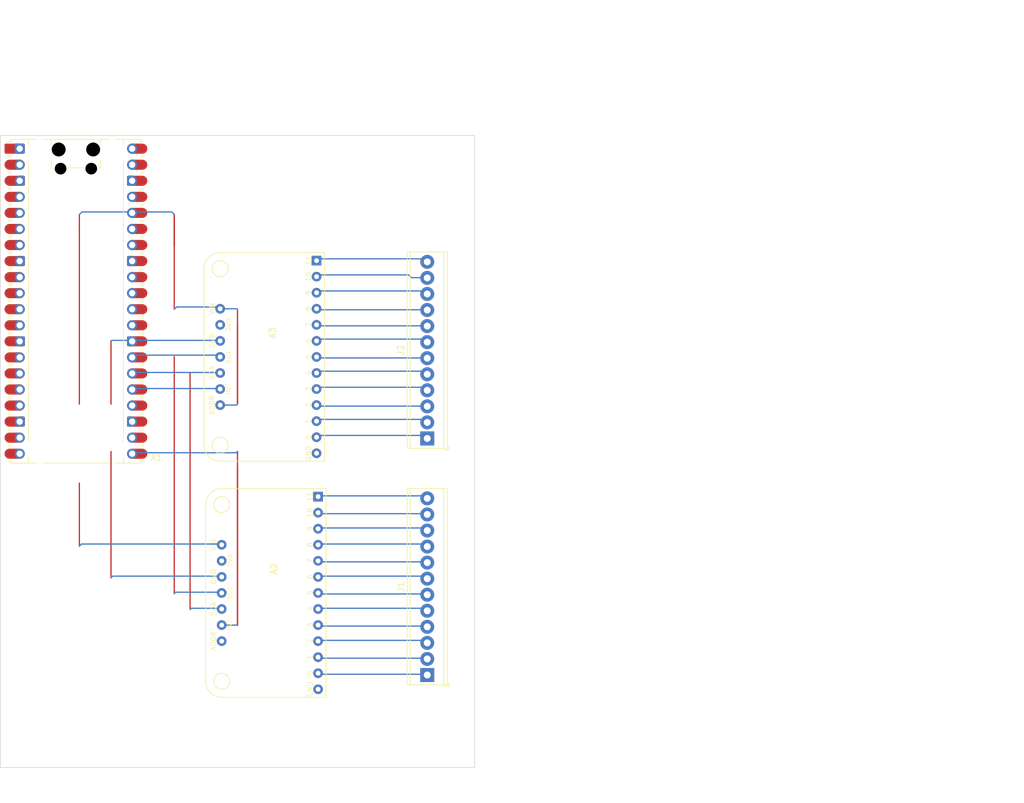
<source format=kicad_pcb>
(kicad_pcb (version 20241229) (generator "pcbnew") (generator_version "9.0")
  (layers (0 "F.Cu" signal) (2 "B.Cu" signal) (13 "F.Paste" user) (15 "B.Paste" user) (5 "F.SilkS" user "F.Silkscreen") (7 "B.SilkS" user "B.Silkscreen") (1 "F.Mask" user) (3 "B.Mask" user) (25 "Edge.Cuts" user))
  (net 0 "")
  (net 2 "+3.3V")
  (net 6 "/MPR121_A_INT")
  (net 12 "GND")
  (net 13 "/I2C0_SCL")
  (net 19 "/I2C0_SDA")
  (net 21 "Net-(A2-7)")
  (net 22 "Net-(A2-3)")
  (net 23 "Net-(A2-2)")
  (net 24 "Net-(A2-0)")
  (net 25 "Net-(A2-4)")
  (net 26 "Net-(A2-5)")
  (net 27 "Net-(A2-10)")
  (net 32 "/MPR121_B_INT")
  (net 34 "Net-(A2-8)")
  (net 35 "Net-(A2-6)")
  (net 36 "Net-(A2-11)")
  (net 37 "Net-(A2-1)")
  (net 38 "Net-(A2-9)")
  (net 78 "Net-(A3-1)")
  (net 80 "Net-(A3-9)")
  (net 81 "Net-(A3-2)")
  (net 82 "Net-(A3-10)")
  (net 83 "Net-(A3-7)")
  (net 84 "Net-(A3-5)")
  (net 85 "Net-(A3-8)")
  (net 86 "Net-(A3-11)")
  (net 87 "Net-(A3-6)")
  (net 88 "Net-(A3-4)")
  (net 90 "Net-(A3-0)")
  (net 91 "Net-(A3-3)")
  (footprint "TerminalBlock_Phoenix:TerminalBlock_Phoenix_MPT-0,5-12-2.54_1x12_P2.54mm_Horizontal" (layer "F.Cu") (at 150 87.94 90)
    (property "Reference" "J2" (at 13.97 -4.16 90) (layer "F.SilkS"))
    (property "Value" "Screw_Terminal_01x12")
    (fp_line (start 29.501 -3.16) (end 29.501 3.16) (stroke (width 0.12)) (layer "F.SilkS"))
    (fp_line (start -1.56 -3.16) (end 29.501 -3.16) (stroke (width 0.12)) (layer "F.SilkS"))
    (fp_line (start -1.56 -3.16) (end -1.56 3.16) (stroke (width 0.12)) (layer "F.SilkS"))
    (fp_line (start -1.56 -2.7) (end 29.501 -2.7) (stroke (width 0.12)) (layer "F.SilkS"))
    (fp_line (start -1.56 2.6) (end 29.501 2.6) (stroke (width 0.12)) (layer "F.SilkS"))
    (fp_line (start -1.8 2.66) (end -1.8 3.4) (stroke (width 0.12)) (layer "F.SilkS"))
    (fp_line (start -1.56 3.16) (end 29.501 3.16) (stroke (width 0.12)) (layer "F.SilkS"))
    (fp_line (start -1.8 3.4) (end -1.3 3.4) (stroke (width 0.12)) (layer "F.SilkS"))
    (pad "1" thru_hole rect (at 0 0 90) (size 2.2 2.2) (drill 1.1) (layers "*.Cu" "*.Mask") (net 90 "Net-(A3-0)"))
    (pad "2" thru_hole circle (at 2.54 0 90) (size 2.2 2.2) (drill 1.1) (layers "*.Cu" "*.Mask") (net 78 "Net-(A3-1)"))
    (pad "3" thru_hole circle (at 5.08 0 90) (size 2.2 2.2) (drill 1.1) (layers "*.Cu" "*.Mask") (net 81 "Net-(A3-2)"))
    (pad "4" thru_hole circle (at 7.62 0 90) (size 2.2 2.2) (drill 1.1) (layers "*.Cu" "*.Mask") (net 91 "Net-(A3-3)"))
    (pad "5" thru_hole circle (at 10.16 0 90) (size 2.2 2.2) (drill 1.1) (layers "*.Cu" "*.Mask") (net 88 "Net-(A3-4)"))
    (pad "6" thru_hole circle (at 12.7 0 90) (size 2.2 2.2) (drill 1.1) (layers "*.Cu" "*.Mask") (net 84 "Net-(A3-5)"))
    (pad "7" thru_hole circle (at 15.24 0 90) (size 2.2 2.2) (drill 1.1) (layers "*.Cu" "*.Mask") (net 87 "Net-(A3-6)"))
    (pad "8" thru_hole circle (at 17.78 0 90) (size 2.2 2.2) (drill 1.1) (layers "*.Cu" "*.Mask") (net 83 "Net-(A3-7)"))
    (pad "9" thru_hole circle (at 20.32 0 90) (size 2.2 2.2) (drill 1.1) (layers "*.Cu" "*.Mask") (net 85 "Net-(A3-8)"))
    (pad "10" thru_hole circle (at 22.86 0 90) (size 2.2 2.2) (drill 1.1) (layers "*.Cu" "*.Mask") (net 80 "Net-(A3-9)"))
    (pad "11" thru_hole circle (at 25.4 0 90) (size 2.2 2.2) (drill 1.1) (layers "*.Cu" "*.Mask") (net 82 "Net-(A3-10)"))
    (pad "12" thru_hole circle (at 27.94 0 90) (size 2.2 2.2) (drill 1.1) (layers "*.Cu" "*.Mask") (net 86 "Net-(A3-11)"))
  )
  (footprint "AG_Sensor:ADAFRUIT_MPR121_STEMMA_QT" (layer "F.Cu") (at 126.39 109.84 -90)
    (property "Reference" "A2" (at -1.27 0.635 90) (layer "F.SilkS"))
    (property "Value" "ADAFRUIT_MPR121_STEMMA_QT")
    (fp_line (start -11.43 11.43) (end 16.51 11.43) (stroke (width 0.12)) (layer "F.SilkS"))
    (fp_line (start 19.05 8.89) (end 19.05 -7.62) (stroke (width 0.12)) (layer "F.SilkS"))
    (fp_line (start -13.97 -7.62) (end -13.97 8.89) (stroke (width 0.12)) (layer "F.SilkS"))
    (fp_line (start 19.05 -7.62) (end -13.97 -7.62) (stroke (width 0.12)) (layer "F.SilkS"))
    (fp_arc (start -11.43 11.43) (mid -13.226051 10.686051) (end -13.97 8.89) (stroke (width 0.12)) (layer "F.SilkS"))
    (fp_arc (start 19.05 8.89) (mid 18.306051 10.686051) (end 16.51 11.43) (stroke (width 0.12)) (layer "F.SilkS"))
    (fp_circle (center -11.43 8.89) (end -10.16 8.89) (stroke (width 0.12)) (fill no) (layer "F.SilkS"))
    (fp_circle (center 16.51 8.89) (end 17.78 8.89) (stroke (width 0.12)) (fill no) (layer "F.SilkS"))
    (fp_text user "7" (at -2.54 -5.08 90) (layer "F.SilkS") (effects (font (size 0.8 0.8) (thickness 0.1))))
    (fp_text user "0" (at 15.24 -5.08 90) (layer "F.SilkS") (effects (font (size 0.8 0.8) (thickness 0.1))))
    (fp_text user "2" (at 10.16 -5.08 90) (layer "F.SilkS") (effects (font (size 0.8 0.8) (thickness 0.1))))
    (fp_text user "GND" (at 0 10.16 90) (layer "F.SilkS") (effects (font (size 0.8 0.8) (thickness 0.1))))
    (fp_text user "SDA" (at 5.08 10.16 90) (layer "F.SilkS") (effects (font (size 0.8 0.8) (thickness 0.1))))
    (fp_text user "8" (at -5.08 -5.08 90) (layer "F.SilkS") (effects (font (size 0.8 0.8) (thickness 0.1))))
    (fp_text user "ADDR" (at 10.16 10.16 90) (layer "F.SilkS") (effects (font (size 0.8 0.8) (thickness 0.1))))
    (fp_text user "3Vo" (at -2.54 7.62 90) (layer "F.SilkS") (effects (font (size 0.8 0.8) (thickness 0.1))))
    (fp_text user "INT" (at 7.62 7.62 90) (layer "F.SilkS") (effects (font (size 0.8 0.8) (thickness 0.1))))
    (fp_text user "GND" (at 17.78 -5.08 90) (layer "F.SilkS") (effects (font (size 0.8 0.8) (thickness 0.1))))
    (fp_text user "SCL" (at 2.54 7.62 90) (layer "F.SilkS") (effects (font (size 0.8 0.8) (thickness 0.1))))
    (fp_text user "5" (at 2.54 -5.08 90) (layer "F.SilkS") (effects (font (size 0.8 0.8) (thickness 0.1))))
    (fp_text user "10" (at -10.16 -5.08 90) (layer "F.SilkS") (effects (font (size 0.8 0.8) (thickness 0.1))))
    (fp_text user "11" (at -12.7 -5.08 90) (layer "F.SilkS") (effects (font (size 0.8 0.8) (thickness 0.1))))
    (fp_text user "4" (at 5.08 -5.08 90) (layer "F.SilkS") (effects (font (size 0.8 0.8) (thickness 0.1))))
    (fp_text user "6" (at 0 -5.08 90) (layer "F.SilkS") (effects (font (size 0.8 0.8) (thickness 0.1))))
    (fp_text user "3" (at 7.62 -5.08 90) (layer "F.SilkS") (effects (font (size 0.8 0.8) (thickness 0.1))))
    (fp_text user "1" (at 12.7 -5.08 90) (layer "F.SilkS") (effects (font (size 0.8 0.8) (thickness 0.1))))
    (fp_text user "9" (at -7.62 -5.08 90) (layer "F.SilkS") (effects (font (size 0.8 0.8) (thickness 0.1))))
    (fp_text user "VIN" (at -5.08 10.16 90) (layer "F.SilkS") (effects (font (size 0.8 0.8) (thickness 0.1))))
    (pad "1" thru_hole circle (at -5.08 8.89 270) (size 1.524 1.524) (drill 0.762) (layers "*.Cu" "*.Mask") (net 2 "+3.3V"))
    (pad "2" thru_hole circle (at -2.54 8.89 270) (size 1.524 1.524) (drill 0.762) (layers "*.Cu" "*.Mask"))
    (pad "3" thru_hole circle (at 0 8.89 270) (size 1.524 1.524) (drill 0.762) (layers "*.Cu" "*.Mask") (net 12 "GND"))
    (pad "4" thru_hole circle (at 2.54 8.89 270) (size 1.524 1.524) (drill 0.762) (layers "*.Cu" "*.Mask") (net 13 "/I2C0_SCL"))
    (pad "5" thru_hole circle (at 5.08 8.89 270) (size 1.524 1.524) (drill 0.762) (layers "*.Cu" "*.Mask") (net 19 "/I2C0_SDA"))
    (pad "6" thru_hole circle (at 7.62 8.89 270) (size 1.524 1.524) (drill 0.762) (layers "*.Cu" "*.Mask") (net 6 "/MPR121_A_INT"))
    (pad "7" thru_hole circle (at 10.16 8.89 270) (size 1.524 1.524) (drill 0.762) (layers "*.Cu" "*.Mask"))
    (pad "8" thru_hole circle (at 17.78 -6.35 270) (size 1.524 1.524) (drill 0.762) (layers "*.Cu" "*.Mask"))
    (pad "9" thru_hole circle (at 15.24 -6.35 270) (size 1.524 1.524) (drill 0.762) (layers "*.Cu" "*.Mask") (net 24 "Net-(A2-0)"))
    (pad "10" thru_hole circle (at 12.7 -6.35 270) (size 1.524 1.524) (drill 0.762) (layers "*.Cu" "*.Mask") (net 37 "Net-(A2-1)"))
    (pad "11" thru_hole circle (at 10.16 -6.35) (size 1.524 1.524) (drill 0.762) (layers "*.Cu" "*.Mask") (net 23 "Net-(A2-2)"))
    (pad "12" thru_hole circle (at 7.62 -6.35 270) (size 1.524 1.524) (drill 0.762) (layers "*.Cu" "*.Mask") (net 22 "Net-(A2-3)"))
    (pad "13" thru_hole circle (at 5.08 -6.35 270) (size 1.524 1.524) (drill 0.762) (layers "*.Cu" "*.Mask") (net 25 "Net-(A2-4)"))
    (pad "14" thru_hole circle (at 2.54 -6.35 270) (size 1.524 1.524) (drill 0.762) (layers "*.Cu" "*.Mask") (net 26 "Net-(A2-5)"))
    (pad "15" thru_hole circle (at 0 -6.35 270) (size 1.524 1.524) (drill 0.762) (layers "*.Cu" "*.Mask") (net 35 "Net-(A2-6)"))
    (pad "16" thru_hole circle (at -2.54 -6.35 270) (size 1.524 1.524) (drill 0.762) (layers "*.Cu" "*.Mask") (net 21 "Net-(A2-7)"))
    (pad "17" thru_hole circle (at -5.08 -6.35 270) (size 1.524 1.524) (drill 0.762) (layers "*.Cu" "*.Mask") (net 34 "Net-(A2-8)"))
    (pad "18" thru_hole circle (at -7.62 -6.35 270) (size 1.524 1.524) (drill 0.762) (layers "*.Cu" "*.Mask") (net 38 "Net-(A2-9)"))
    (pad "19" thru_hole circle (at -10.16 -6.35 270) (size 1.524 1.524) (drill 0.762) (layers "*.Cu" "*.Mask") (net 27 "Net-(A2-10)"))
    (pad "20" thru_hole rect (at -12.7 -6.35 270) (size 1.524 1.524) (drill 0.762) (layers "*.Cu" "*.Mask") (net 36 "Net-(A2-11)"))
  )
  (footprint "AG_Sensor:ADAFRUIT_MPR121_STEMMA_QT" (layer "F.Cu") (at 126.15 72.5 -90)
    (property "Reference" "A3" (at -1.27 0.635 90) (layer "F.SilkS"))
    (property "Value" "ADAFRUIT_MPR121_STEMMA_QT")
    (fp_line (start -11.43 11.43) (end 16.51 11.43) (stroke (width 0.12)) (layer "F.SilkS"))
    (fp_line (start 19.05 8.89) (end 19.05 -7.62) (stroke (width 0.12)) (layer "F.SilkS"))
    (fp_line (start -13.97 -7.62) (end -13.97 8.89) (stroke (width 0.12)) (layer "F.SilkS"))
    (fp_line (start 19.05 -7.62) (end -13.97 -7.62) (stroke (width 0.12)) (layer "F.SilkS"))
    (fp_arc (start -11.43 11.43) (mid -13.226051 10.686051) (end -13.97 8.89) (stroke (width 0.12)) (layer "F.SilkS"))
    (fp_arc (start 19.05 8.89) (mid 18.306051 10.686051) (end 16.51 11.43) (stroke (width 0.12)) (layer "F.SilkS"))
    (fp_circle (center -11.43 8.89) (end -10.16 8.89) (stroke (width 0.12)) (fill no) (layer "F.SilkS"))
    (fp_circle (center 16.51 8.89) (end 17.78 8.89) (stroke (width 0.12)) (fill no) (layer "F.SilkS"))
    (fp_text user "GND" (at 17.78 -5.08 90) (layer "F.SilkS") (effects (font (size 0.8 0.8) (thickness 0.1))))
    (fp_text user "8" (at -5.08 -5.08 90) (layer "F.SilkS") (effects (font (size 0.8 0.8) (thickness 0.1))))
    (fp_text user "2" (at 10.16 -5.08 90) (layer "F.SilkS") (effects (font (size 0.8 0.8) (thickness 0.1))))
    (fp_text user "7" (at -2.54 -5.08 90) (layer "F.SilkS") (effects (font (size 0.8 0.8) (thickness 0.1))))
    (fp_text user "3Vo" (at -2.54 7.62 90) (layer "F.SilkS") (effects (font (size 0.8 0.8) (thickness 0.1))))
    (fp_text user "GND" (at 0 10.16 90) (layer "F.SilkS") (effects (font (size 0.8 0.8) (thickness 0.1))))
    (fp_text user "INT" (at 7.62 7.62 90) (layer "F.SilkS") (effects (font (size 0.8 0.8) (thickness 0.1))))
    (fp_text user "0" (at 15.24 -5.08 90) (layer "F.SilkS") (effects (font (size 0.8 0.8) (thickness 0.1))))
    (fp_text user "6" (at 0 -5.08 90) (layer "F.SilkS") (effects (font (size 0.8 0.8) (thickness 0.1))))
    (fp_text user "SDA" (at 5.08 10.16 90) (layer "F.SilkS") (effects (font (size 0.8 0.8) (thickness 0.1))))
    (fp_text user "9" (at -7.62 -5.08 90) (layer "F.SilkS") (effects (font (size 0.8 0.8) (thickness 0.1))))
    (fp_text user "VIN" (at -5.08 10.16 90) (layer "F.SilkS") (effects (font (size 0.8 0.8) (thickness 0.1))))
    (fp_text user "1" (at 12.7 -5.08 90) (layer "F.SilkS") (effects (font (size 0.8 0.8) (thickness 0.1))))
    (fp_text user "3" (at 7.62 -5.08 90) (layer "F.SilkS") (effects (font (size 0.8 0.8) (thickness 0.1))))
    (fp_text user "5" (at 2.54 -5.08 90) (layer "F.SilkS") (effects (font (size 0.8 0.8) (thickness 0.1))))
    (fp_text user "11" (at -12.7 -5.08 90) (layer "F.SilkS") (effects (font (size 0.8 0.8) (thickness 0.1))))
    (fp_text user "10" (at -10.16 -5.08 90) (layer "F.SilkS") (effects (font (size 0.8 0.8) (thickness 0.1))))
    (fp_text user "4" (at 5.08 -5.08 90) (layer "F.SilkS") (effects (font (size 0.8 0.8) (thickness 0.1))))
    (fp_text user "SCL" (at 2.54 7.62 90) (layer "F.SilkS") (effects (font (size 0.8 0.8) (thickness 0.1))))
    (fp_text user "ADDR" (at 10.16 10.16 90) (layer "F.SilkS") (effects (font (size 0.8 0.8) (thickness 0.1))))
    (pad "1" thru_hole circle (at -5.08 8.89 270) (size 1.524 1.524) (drill 0.762) (layers "*.Cu" "*.Mask") (net 2 "+3.3V"))
    (pad "2" thru_hole circle (at -2.54 8.89 270) (size 1.524 1.524) (drill 0.762) (layers "*.Cu" "*.Mask"))
    (pad "3" thru_hole circle (at 0 8.89 270) (size 1.524 1.524) (drill 0.762) (layers "*.Cu" "*.Mask") (net 12 "GND"))
    (pad "4" thru_hole circle (at 2.54 8.89 270) (size 1.524 1.524) (drill 0.762) (layers "*.Cu" "*.Mask") (net 13 "/I2C0_SCL"))
    (pad "5" thru_hole circle (at 5.08 8.89 270) (size 1.524 1.524) (drill 0.762) (layers "*.Cu" "*.Mask") (net 19 "/I2C0_SDA"))
    (pad "6" thru_hole circle (at 7.62 8.89 270) (size 1.524 1.524) (drill 0.762) (layers "*.Cu" "*.Mask") (net 32 "/MPR121_B_INT"))
    (pad "7" thru_hole circle (at 10.16 8.89 270) (size 1.524 1.524) (drill 0.762) (layers "*.Cu" "*.Mask") (net 2 "+3.3V"))
    (pad "8" thru_hole circle (at 17.78 -6.35 270) (size 1.524 1.524) (drill 0.762) (layers "*.Cu" "*.Mask"))
    (pad "9" thru_hole circle (at 15.24 -6.35 270) (size 1.524 1.524) (drill 0.762) (layers "*.Cu" "*.Mask") (net 90 "Net-(A3-0)"))
    (pad "10" thru_hole circle (at 12.7 -6.35 270) (size 1.524 1.524) (drill 0.762) (layers "*.Cu" "*.Mask") (net 78 "Net-(A3-1)"))
    (pad "11" thru_hole circle (at 10.16 -6.35) (size 1.524 1.524) (drill 0.762) (layers "*.Cu" "*.Mask") (net 81 "Net-(A3-2)"))
    (pad "12" thru_hole circle (at 7.62 -6.35 270) (size 1.524 1.524) (drill 0.762) (layers "*.Cu" "*.Mask") (net 91 "Net-(A3-3)"))
    (pad "13" thru_hole circle (at 5.08 -6.35 270) (size 1.524 1.524) (drill 0.762) (layers "*.Cu" "*.Mask") (net 88 "Net-(A3-4)"))
    (pad "14" thru_hole circle (at 2.54 -6.35 270) (size 1.524 1.524) (drill 0.762) (layers "*.Cu" "*.Mask") (net 84 "Net-(A3-5)"))
    (pad "15" thru_hole circle (at 0 -6.35 270) (size 1.524 1.524) (drill 0.762) (layers "*.Cu" "*.Mask") (net 87 "Net-(A3-6)"))
    (pad "16" thru_hole circle (at -2.54 -6.35 270) (size 1.524 1.524) (drill 0.762) (layers "*.Cu" "*.Mask") (net 83 "Net-(A3-7)"))
    (pad "17" thru_hole circle (at -5.08 -6.35 270) (size 1.524 1.524) (drill 0.762) (layers "*.Cu" "*.Mask") (net 85 "Net-(A3-8)"))
    (pad "18" thru_hole circle (at -7.62 -6.35 270) (size 1.524 1.524) (drill 0.762) (layers "*.Cu" "*.Mask") (net 80 "Net-(A3-9)"))
    (pad "19" thru_hole circle (at -10.16 -6.35 270) (size 1.524 1.524) (drill 0.762) (layers "*.Cu" "*.Mask") (net 82 "Net-(A3-10)"))
    (pad "20" thru_hole rect (at -12.7 -6.35 270) (size 1.524 1.524) (drill 0.762) (layers "*.Cu" "*.Mask") (net 86 "Net-(A3-11)"))
  )
  (footprint "TerminalBlock_Phoenix:TerminalBlock_Phoenix_MPT-0,5-12-2.54_1x12_P2.54mm_Horizontal" (layer "F.Cu") (at 150 125.36 90)
    (property "Reference" "J1" (at 13.97 -4.16 90) (layer "F.SilkS"))
    (property "Value" "Screw_Terminal_01x12")
    (fp_line (start 29.501 -3.16) (end 29.501 3.16) (stroke (width 0.12)) (layer "F.SilkS"))
    (fp_line (start -1.56 -3.16) (end 29.501 -3.16) (stroke (width 0.12)) (layer "F.SilkS"))
    (fp_line (start -1.56 -3.16) (end -1.56 3.16) (stroke (width 0.12)) (layer "F.SilkS"))
    (fp_line (start -1.56 -2.7) (end 29.501 -2.7) (stroke (width 0.12)) (layer "F.SilkS"))
    (fp_line (start -1.56 2.6) (end 29.501 2.6) (stroke (width 0.12)) (layer "F.SilkS"))
    (fp_line (start -1.8 2.66) (end -1.8 3.4) (stroke (width 0.12)) (layer "F.SilkS"))
    (fp_line (start -1.56 3.16) (end 29.501 3.16) (stroke (width 0.12)) (layer "F.SilkS"))
    (fp_line (start -1.8 3.4) (end -1.3 3.4) (stroke (width 0.12)) (layer "F.SilkS"))
    (pad "1" thru_hole rect (at 0 0 90) (size 2.2 2.2) (drill 1.1) (layers "*.Cu" "*.Mask") (net 24 "Net-(A2-0)"))
    (pad "2" thru_hole circle (at 2.54 0 90) (size 2.2 2.2) (drill 1.1) (layers "*.Cu" "*.Mask") (net 37 "Net-(A2-1)"))
    (pad "3" thru_hole circle (at 5.08 0 90) (size 2.2 2.2) (drill 1.1) (layers "*.Cu" "*.Mask") (net 23 "Net-(A2-2)"))
    (pad "4" thru_hole circle (at 7.62 0 90) (size 2.2 2.2) (drill 1.1) (layers "*.Cu" "*.Mask") (net 22 "Net-(A2-3)"))
    (pad "5" thru_hole circle (at 10.16 0 90) (size 2.2 2.2) (drill 1.1) (layers "*.Cu" "*.Mask") (net 25 "Net-(A2-4)"))
    (pad "6" thru_hole circle (at 12.7 0 90) (size 2.2 2.2) (drill 1.1) (layers "*.Cu" "*.Mask") (net 26 "Net-(A2-5)"))
    (pad "7" thru_hole circle (at 15.24 0 90) (size 2.2 2.2) (drill 1.1) (layers "*.Cu" "*.Mask") (net 35 "Net-(A2-6)"))
    (pad "8" thru_hole circle (at 17.78 0 90) (size 2.2 2.2) (drill 1.1) (layers "*.Cu" "*.Mask") (net 21 "Net-(A2-7)"))
    (pad "9" thru_hole circle (at 20.32 0 90) (size 2.2 2.2) (drill 1.1) (layers "*.Cu" "*.Mask") (net 34 "Net-(A2-8)"))
    (pad "10" thru_hole circle (at 22.86 0 90) (size 2.2 2.2) (drill 1.1) (layers "*.Cu" "*.Mask") (net 38 "Net-(A2-9)"))
    (pad "11" thru_hole circle (at 25.4 0 90) (size 2.2 2.2) (drill 1.1) (layers "*.Cu" "*.Mask") (net 27 "Net-(A2-10)"))
    (pad "12" thru_hole circle (at 27.94 0 90) (size 2.2 2.2) (drill 1.1) (layers "*.Cu" "*.Mask") (net 36 "Net-(A2-11)"))
  )
  (footprint "Module:RaspberryPi_Pico_Common_Unspecified" (layer "F.Cu") (at 94.454195 66.223017)
    (property "Reference" "A1" (at 11.7475 24.765 0) (layer "F.SilkS") (effects (justify left)))
    (property "Value" "RaspberryPi_Pico")
    (fp_line (start -10.61 -23.07) (end -11.09 -23.07) (stroke (width 0.12)) (layer "F.SilkS"))
    (fp_line (start -10.61 -23.07) (end -10.61 -22.65) (stroke (width 0.12)) (layer "F.SilkS"))
    (fp_line (start -10.61 -20.53) (end -10.61 -20.11) (stroke (width 0.12)) (layer "F.SilkS"))
    (fp_line (start -10.61 -17.99) (end -10.61 -17.57) (stroke (width 0.12)) (layer "F.SilkS"))
    (fp_line (start -10.61 -15.45) (end -10.61 -15.03) (stroke (width 0.12)) (layer "F.SilkS"))
    (fp_line (start -10.61 -12.91) (end -10.61 -12.49) (stroke (width 0.12)) (layer "F.SilkS"))
    (fp_line (start -10.61 -10.37) (end -10.61 -9.95) (stroke (width 0.12)) (layer "F.SilkS"))
    (fp_line (start -10.61 -7.83) (end -10.61 -7.41) (stroke (width 0.12)) (layer "F.SilkS"))
    (fp_line (start -10.61 -5.29) (end -10.61 -4.87) (stroke (width 0.12)) (layer "F.SilkS"))
    (fp_line (start -10.61 -2.75) (end -10.61 -2.33) (stroke (width 0.12)) (layer "F.SilkS"))
    (fp_line (start -10.61 -0.21) (end -10.61 0.21) (stroke (width 0.12)) (layer "F.SilkS"))
    (fp_line (start -10.61 2.33) (end -10.61 2.75) (stroke (width 0.12)) (layer "F.SilkS"))
    (fp_line (start -10.61 4.87) (end -10.61 5.29) (stroke (width 0.12)) (layer "F.SilkS"))
    (fp_line (start -10.61 7.41) (end -10.61 7.83) (stroke (width 0.12)) (layer "F.SilkS"))
    (fp_line (start -10.61 9.95) (end -10.61 10.37) (stroke (width 0.12)) (layer "F.SilkS"))
    (fp_line (start -10.61 12.49) (end -10.61 12.91) (stroke (width 0.12)) (layer "F.SilkS"))
    (fp_line (start -10.61 15.03) (end -10.61 15.45) (stroke (width 0.12)) (layer "F.SilkS"))
    (fp_line (start -10.61 17.57) (end -10.61 17.99) (stroke (width 0.12)) (layer "F.SilkS"))
    (fp_line (start -10.61 20.11) (end -10.61 20.53) (stroke (width 0.12)) (layer "F.SilkS"))
    (fp_line (start -10.61 22.65) (end -10.61 23.07) (stroke (width 0.12)) (layer "F.SilkS"))
    (fp_line (start -10.579676 -25.19) (end -11.09 -25.19) (stroke (width 0.12)) (layer "F.SilkS"))
    (fp_line (start -10.27 -25.189937) (end -10.27 -25.547) (stroke (width 0.12)) (layer "F.SilkS"))
    (fp_line (start -10.27 -23.07) (end -10.27 -22.65) (stroke (width 0.12)) (layer "F.SilkS"))
    (fp_line (start -10.27 -20.53) (end -10.27 -20.11) (stroke (width 0.12)) (layer "F.SilkS"))
    (fp_line (start -10.27 -17.99) (end -10.27 -17.57) (stroke (width 0.12)) (layer "F.SilkS"))
    (fp_line (start -10.27 -15.45) (end -10.27 -15.03) (stroke (width 0.12)) (layer "F.SilkS"))
    (fp_line (start -10.27 -12.91) (end -10.27 -12.49) (stroke (width 0.12)) (layer "F.SilkS"))
    (fp_line (start -10.27 -10.37) (end -10.27 -9.95) (stroke (width 0.12)) (layer "F.SilkS"))
    (fp_line (start -10.27 -7.83) (end -10.27 -7.41) (stroke (width 0.12)) (layer "F.SilkS"))
    (fp_line (start -10.27 -5.29) (end -10.27 -4.87) (stroke (width 0.12)) (layer "F.SilkS"))
    (fp_line (start -10.27 -2.75) (end -10.27 -2.33) (stroke (width 0.12)) (layer "F.SilkS"))
    (fp_line (start -10.27 -0.21) (end -10.27 0.21) (stroke (width 0.12)) (layer "F.SilkS"))
    (fp_line (start -10.27 2.33) (end -10.27 2.75) (stroke (width 0.12)) (layer "F.SilkS"))
    (fp_line (start -10.27 4.87) (end -10.27 5.29) (stroke (width 0.12)) (layer "F.SilkS"))
    (fp_line (start -10.27 7.41) (end -10.27 7.83) (stroke (width 0.12)) (layer "F.SilkS"))
    (fp_line (start -10.27 9.95) (end -10.27 10.37) (stroke (width 0.12)) (layer "F.SilkS"))
    (fp_line (start -10.27 12.49) (end -10.27 12.91) (stroke (width 0.12)) (layer "F.SilkS"))
    (fp_line (start -10.27 15.03) (end -10.27 15.45) (stroke (width 0.12)) (layer "F.SilkS"))
    (fp_line (start -10.27 17.57) (end -10.27 17.99) (stroke (width 0.12)) (layer "F.SilkS"))
    (fp_line (start -10.27 20.11) (end -10.27 20.53) (stroke (width 0.12)) (layer "F.SilkS"))
    (fp_line (start -10.27 22.65) (end -10.27 23.07) (stroke (width 0.12)) (layer "F.SilkS"))
    (fp_line (start -10.27 25.189937) (end -10.27 25.547) (stroke (width 0.12)) (layer "F.SilkS"))
    (fp_line (start -10 -25.61) (end -7.51 -25.61) (stroke (width 0.12)) (layer "F.SilkS"))
    (fp_line (start -10 25.61) (end -6.162061 25.61) (stroke (width 0.12)) (layer "F.SilkS"))
    (fp_line (start -7.51 -25.61) (end -7.51 -24.69648) (stroke (width 0.12)) (layer "F.SilkS"))
    (fp_line (start -7.51 -25.61) (end -6.16206 -25.61) (stroke (width 0.12)) (layer "F.SilkS"))
    (fp_line (start -7.51 -22.30352) (end -7.51 22.30352) (stroke (width 0.12)) (layer "F.SilkS"))
    (fp_line (start -7.51 24.69648) (end -7.51 25.61) (stroke (width 0.12)) (layer "F.SilkS"))
    (fp_line (start -5.237939 -25.61) (end -4.235 -25.61) (stroke (width 0.12)) (layer "F.SilkS"))
    (fp_line (start -4.235 -25.61) (end 4.235 -25.61) (stroke (width 0.12)) (layer "F.SilkS"))
    (fp_line (start -3.9 -25.61) (end -3.9 -24.694) (stroke (width 0.12)) (layer "F.SilkS"))
    (fp_line (start -3.9 -22.306) (end -3.9 -21.09) (stroke (width 0.12)) (layer "F.SilkS"))
    (fp_line (start -3.9 -21.09) (end -3.60391 -21.09) (stroke (width 0.12)) (layer "F.SilkS"))
    (fp_line (start -3.6 25.61) (end -5.237939 25.61) (stroke (width 0.12)) (layer "F.SilkS"))
    (fp_line (start -1.24609 -21.09) (end 1.24609 -21.09) (stroke (width 0.12)) (layer "F.SilkS"))
    (fp_line (start 3.6 25.61) (end -3.6 25.61) (stroke (width 0.12)) (layer "F.SilkS"))
    (fp_line (start 3.60391 -21.09) (end 3.9 -21.09) (stroke (width 0.12)) (layer "F.SilkS"))
    (fp_line (start 3.9 -25.61) (end 3.9 -24.694) (stroke (width 0.12)) (layer "F.SilkS"))
    (fp_line (start 3.9 -22.306) (end 3.9 -21.09) (stroke (width 0.12)) (layer "F.SilkS"))
    (fp_line (start 4.235 -25.61) (end 5.237939 -25.61) (stroke (width 0.12)) (layer "F.SilkS"))
    (fp_line (start 5.237939 25.61) (end 3.6 25.61) (stroke (width 0.12)) (layer "F.SilkS"))
    (fp_line (start 6.162061 -25.61) (end 7.51 -25.61) (stroke (width 0.12)) (layer "F.SilkS"))
    (fp_line (start 6.162061 25.61) (end 10 25.61) (stroke (width 0.12)) (layer "F.SilkS"))
    (fp_line (start 7.51 -25.61) (end 7.51 -24.69648) (stroke (width 0.12)) (layer "F.SilkS"))
    (fp_line (start 7.51 -22.30352) (end 7.51 22.30352) (stroke (width 0.12)) (layer "F.SilkS"))
    (fp_line (start 7.51 24.69648) (end 7.51 25.61) (stroke (width 0.12)) (layer "F.SilkS"))
    (fp_line (start 10 -25.61) (end 7.51 -25.61) (stroke (width 0.12)) (layer "F.SilkS"))
    (fp_line (start 10.27 -25.189937) (end 10.27 -25.547) (stroke (width 0.12)) (layer "F.SilkS"))
    (fp_line (start 10.27 -23.07) (end 10.27 -22.65) (stroke (width 0.12)) (layer "F.SilkS"))
    (fp_line (start 10.27 -20.53) (end 10.27 -20.11) (stroke (width 0.12)) (layer "F.SilkS"))
    (fp_line (start 10.27 -17.99) (end 10.27 -17.57) (stroke (width 0.12)) (layer "F.SilkS"))
    (fp_line (start 10.27 -15.45) (end 10.27 -15.03) (stroke (width 0.12)) (layer "F.SilkS"))
    (fp_line (start 10.27 -12.91) (end 10.27 -12.49) (stroke (width 0.12)) (layer "F.SilkS"))
    (fp_line (start 10.27 -10.37) (end 10.27 -9.95) (stroke (width 0.12)) (layer "F.SilkS"))
    (fp_line (start 10.27 -7.83) (end 10.27 -7.41) (stroke (width 0.12)) (layer "F.SilkS"))
    (fp_line (start 10.27 -5.29) (end 10.27 -4.87) (stroke (width 0.12)) (layer "F.SilkS"))
    (fp_line (start 10.27 -2.75) (end 10.27 -2.33) (stroke (width 0.12)) (layer "F.SilkS"))
    (fp_line (start 10.27 -0.21) (end 10.27 0.21) (stroke (width 0.12)) (layer "F.SilkS"))
    (fp_line (start 10.27 2.33) (end 10.27 2.75) (stroke (width 0.12)) (layer "F.SilkS"))
    (fp_line (start 10.27 4.87) (end 10.27 5.29) (stroke (width 0.12)) (layer "F.SilkS"))
    (fp_line (start 10.27 7.41) (end 10.27 7.83) (stroke (width 0.12)) (layer "F.SilkS"))
    (fp_line (start 10.27 9.95) (end 10.27 10.37) (stroke (width 0.12)) (layer "F.SilkS"))
    (fp_line (start 10.27 12.49) (end 10.27 12.91) (stroke (width 0.12)) (layer "F.SilkS"))
    (fp_line (start 10.27 15.03) (end 10.27 15.45) (stroke (width 0.12)) (layer "F.SilkS"))
    (fp_line (start 10.27 17.57) (end 10.27 17.99) (stroke (width 0.12)) (layer "F.SilkS"))
    (fp_line (start 10.27 20.11) (end 10.27 20.53) (stroke (width 0.12)) (layer "F.SilkS"))
    (fp_line (start 10.27 22.65) (end 10.27 23.07) (stroke (width 0.12)) (layer "F.SilkS"))
    (fp_line (start 10.27 25.189937) (end 10.27 25.547) (stroke (width 0.12)) (layer "F.SilkS"))
    (fp_line (start 10.61 -23.07) (end 10.61 -22.65) (stroke (width 0.12)) (layer "F.SilkS"))
    (fp_line (start 10.61 -20.53) (end 10.61 -20.11) (stroke (width 0.12)) (layer "F.SilkS"))
    (fp_line (start 10.61 -17.99) (end 10.61 -17.57) (stroke (width 0.12)) (layer "F.SilkS"))
    (fp_line (start 10.61 -15.45) (end 10.61 -15.03) (stroke (width 0.12)) (layer "F.SilkS"))
    (fp_line (start 10.61 -12.91) (end 10.61 -12.49) (stroke (width 0.12)) (layer "F.SilkS"))
    (fp_line (start 10.61 -10.37) (end 10.61 -9.95) (stroke (width 0.12)) (layer "F.SilkS"))
    (fp_line (start 10.61 -7.83) (end 10.61 -7.41) (stroke (width 0.12)) (layer "F.SilkS"))
    (fp_line (start 10.61 -5.29) (end 10.61 -4.87) (stroke (width 0.12)) (layer "F.SilkS"))
    (fp_line (start 10.61 -2.75) (end 10.61 -2.33) (stroke (width 0.12)) (layer "F.SilkS"))
    (fp_line (start 10.61 -0.21) (end 10.61 0.21) (stroke (width 0.12)) (layer "F.SilkS"))
    (fp_line (start 10.61 2.33) (end 10.61 2.75) (stroke (width 0.12)) (layer "F.SilkS"))
    (fp_line (start 10.61 4.87) (end 10.61 5.29) (stroke (width 0.12)) (layer "F.SilkS"))
    (fp_line (start 10.61 7.41) (end 10.61 7.83) (stroke (width 0.12)) (layer "F.SilkS"))
    (fp_line (start 10.61 9.95) (end 10.61 10.37) (stroke (width 0.12)) (layer "F.SilkS"))
    (fp_line (start 10.61 12.49) (end 10.61 12.91) (stroke (width 0.12)) (layer "F.SilkS"))
    (fp_line (start 10.61 15.03) (end 10.61 15.45) (stroke (width 0.12)) (layer "F.SilkS"))
    (fp_line (start 10.61 17.57) (end 10.61 17.99) (stroke (width 0.12)) (layer "F.SilkS"))
    (fp_line (start 10.61 20.11) (end 10.61 20.53) (stroke (width 0.12)) (layer "F.SilkS"))
    (fp_line (start 10.61 22.65) (end 10.61 23.07) (stroke (width 0.12)) (layer "F.SilkS"))
    (fp_arc (start -10.579676 -25.19) (mid -10.357938 -25.493944) (end -10 -25.61) (stroke (width 0.12)) (layer "F.SilkS"))
    (fp_arc (start -10 25.61) (mid -10.357937 25.493944) (end -10.579676 25.189937) (stroke (width 0.12)) (layer "F.SilkS"))
    (fp_arc (start 10 -25.61) (mid 10.357937 -25.493944) (end 10.579676 -25.189937) (stroke (width 0.12)) (layer "F.SilkS"))
    (fp_arc (start 10.579676 25.189937) (mid 10.357946 25.493957) (end 10 25.61) (stroke (width 0.12)) (layer "F.SilkS"))
    (pad "" np_thru_hole circle (at -2.725 -24) (size 2.2 2.2) (drill 2.2) (layers "*.Mask"))
    (pad "" np_thru_hole circle (at -2.425 -20.97) (size 1.85 1.85) (drill 1.85) (layers "*.Mask"))
    (pad "" np_thru_hole circle (at 2.425 -20.97) (size 1.85 1.85) (drill 1.85) (layers "*.Mask"))
    (pad "" np_thru_hole circle (at 2.725 -24) (size 2.2 2.2) (drill 2.2) (layers "*.Mask"))
    (pad "1" smd custom (at -9.69 -24.13) (size 1.6 0.8) (layers "F.Cu" "F.Mask") (options (clearance outline) (anchor rect)) (primitives (gr_circle (center 0.8 0) (end 1.6 0) (width 0) (fill yes)) (gr_poly (pts (xy -1.6 -0.6) (xy -1.6 0.6) (xy -1.4 0.8) (xy 0.8 0.8) (xy 0.8 -0.8) (xy -1.4 -0.8)) (width 0) (fill yes)) (gr_circle (center -1.4 -0.6) (end -1.2 -0.6) (width 0) (fill yes)) (gr_circle (center -1.4 0.6) (end -1.2 0.6) (width 0) (fill yes))))
    (pad "1" thru_hole roundrect (at -8.89 -24.13) (size 1.6 1.6) (drill 1) (layers "*.Cu" "*.Mask") (roundrect_rratio 0.125))
    (pad "2" smd roundrect (at -9.69 -21.59) (size 3.2 1.6) (layers "F.Cu" "F.Mask") (roundrect_rratio 0.5))
    (pad "2" thru_hole circle (at -8.89 -21.59) (size 1.6 1.6) (drill 1) (layers "*.Cu" "*.Mask"))
    (pad "3" smd custom (at -9.69 -19.05) (size 1.6 0.8) (layers "F.Cu" "F.Mask") (net 12 "GND") (options (clearance outline) (anchor rect)) (primitives (gr_circle (center -0.8 0) (end 0 0) (width 0) (fill yes)) (gr_poly (pts (xy 1.6 -0.6) (xy 1.6 0.6) (xy 1.4 0.8) (xy -0.8 0.8) (xy -0.8 -0.8) (xy 1.4 -0.8)) (width 0) (fill yes)) (gr_circle (center 1.4 -0.6) (end 1.6 -0.6) (width 0) (fill yes)) (gr_circle (center 1.4 0.6) (end 1.6 0.6) (width 0) (fill yes))))
    (pad "3" thru_hole custom (at -8.89 -19.05) (size 1.6 1.6) (drill 1) (layers "*.Cu" "*.Mask") (net 12 "GND") (options (clearance outline) (anchor circle)) (primitives (gr_poly (pts (xy 0.8 0.6) (xy 0.8 -0.6) (xy 0.6 -0.8) (xy 0 -0.8) (xy 0 0.8) (xy 0.6 0.8)) (width 0) (fill yes)) (gr_circle (center 0.6 0.6) (end 0.8 0.6) (width 0) (fill yes)) (gr_circle (center 0.6 -0.6) (end 0.8 -0.6) (width 0) (fill yes))))
    (pad "4" smd roundrect (at -9.69 -16.51) (size 3.2 1.6) (layers "F.Cu" "F.Mask") (roundrect_rratio 0.5))
    (pad "4" thru_hole circle (at -8.89 -16.51) (size 1.6 1.6) (drill 1) (layers "*.Cu" "*.Mask"))
    (pad "5" smd roundrect (at -9.69 -13.97) (size 3.2 1.6) (layers "F.Cu" "F.Mask") (roundrect_rratio 0.5))
    (pad "5" thru_hole circle (at -8.89 -13.97) (size 1.6 1.6) (drill 1) (layers "*.Cu" "*.Mask"))
    (pad "6" smd roundrect (at -9.69 -11.43) (size 3.2 1.6) (layers "F.Cu" "F.Mask") (roundrect_rratio 0.5))
    (pad "6" thru_hole circle (at -8.89 -11.43) (size 1.6 1.6) (drill 1) (layers "*.Cu" "*.Mask"))
    (pad "7" smd roundrect (at -9.69 -8.89) (size 3.2 1.6) (layers "F.Cu" "F.Mask") (roundrect_rratio 0.5))
    (pad "7" thru_hole circle (at -8.89 -8.89) (size 1.6 1.6) (drill 1) (layers "*.Cu" "*.Mask"))
    (pad "8" smd custom (at -9.69 -6.35) (size 1.6 0.8) (layers "F.Cu" "F.Mask") (net 12 "GND") (options (clearance outline) (anchor rect)) (primitives (gr_circle (center -0.8 0) (end 0 0) (width 0) (fill yes)) (gr_poly (pts (xy 1.6 -0.6) (xy 1.6 0.6) (xy 1.4 0.8) (xy -0.8 0.8) (xy -0.8 -0.8) (xy 1.4 -0.8)) (width 0) (fill yes)) (gr_circle (center 1.4 -0.6) (end 1.6 -0.6) (width 0) (fill yes)) (gr_circle (center 1.4 0.6) (end 1.6 0.6) (width 0) (fill yes))))
    (pad "8" thru_hole custom (at -8.89 -6.35) (size 1.6 1.6) (drill 1) (layers "*.Cu" "*.Mask") (net 12 "GND") (options (clearance outline) (anchor circle)) (primitives (gr_poly (pts (xy 0.8 0.6) (xy 0.8 -0.6) (xy 0.6 -0.8) (xy 0 -0.8) (xy 0 0.8) (xy 0.6 0.8)) (width 0) (fill yes)) (gr_circle (center 0.6 0.6) (end 0.8 0.6) (width 0) (fill yes)) (gr_circle (center 0.6 -0.6) (end 0.8 -0.6) (width 0) (fill yes))))
    (pad "9" smd roundrect (at -9.69 -3.81) (size 3.2 1.6) (layers "F.Cu" "F.Mask") (roundrect_rratio 0.5))
    (pad "9" thru_hole circle (at -8.89 -3.81) (size 1.6 1.6) (drill 1) (layers "*.Cu" "*.Mask"))
    (pad "10" smd roundrect (at -9.69 -1.27) (size 3.2 1.6) (layers "F.Cu" "F.Mask") (roundrect_rratio 0.5))
    (pad "10" thru_hole circle (at -8.89 -1.27) (size 1.6 1.6) (drill 1) (layers "*.Cu" "*.Mask"))
    (pad "11" smd roundrect (at -9.69 1.27) (size 3.2 1.6) (layers "F.Cu" "F.Mask") (roundrect_rratio 0.5))
    (pad "11" thru_hole circle (at -8.89 1.27) (size 1.6 1.6) (drill 1) (layers "*.Cu" "*.Mask"))
    (pad "12" smd roundrect (at -9.69 3.81) (size 3.2 1.6) (layers "F.Cu" "F.Mask") (roundrect_rratio 0.5))
    (pad "12" thru_hole circle (at -8.89 3.81) (size 1.6 1.6) (drill 1) (layers "*.Cu" "*.Mask"))
    (pad "13" smd custom (at -9.69 6.35) (size 1.6 0.8) (layers "F.Cu" "F.Mask") (net 12 "GND") (options (clearance outline) (anchor rect)) (primitives (gr_circle (center -0.8 0) (end 0 0) (width 0) (fill yes)) (gr_poly (pts (xy 1.6 -0.6) (xy 1.6 0.6) (xy 1.4 0.8) (xy -0.8 0.8) (xy -0.8 -0.8) (xy 1.4 -0.8)) (width 0) (fill yes)) (gr_circle (center 1.4 -0.6) (end 1.6 -0.6) (width 0) (fill yes)) (gr_circle (center 1.4 0.6) (end 1.6 0.6) (width 0) (fill yes))))
    (pad "13" thru_hole custom (at -8.89 6.35) (size 1.6 1.6) (drill 1) (layers "*.Cu" "*.Mask") (net 12 "GND") (options (clearance outline) (anchor circle)) (primitives (gr_poly (pts (xy 0.8 0.6) (xy 0.8 -0.6) (xy 0.6 -0.8) (xy 0 -0.8) (xy 0 0.8) (xy 0.6 0.8)) (width 0) (fill yes)) (gr_circle (center 0.6 0.6) (end 0.8 0.6) (width 0) (fill yes)) (gr_circle (center 0.6 -0.6) (end 0.8 -0.6) (width 0) (fill yes))))
    (pad "14" smd roundrect (at -9.69 8.89) (size 3.2 1.6) (layers "F.Cu" "F.Mask") (roundrect_rratio 0.5))
    (pad "14" thru_hole circle (at -8.89 8.89) (size 1.6 1.6) (drill 1) (layers "*.Cu" "*.Mask"))
    (pad "15" smd roundrect (at -9.69 11.43) (size 3.2 1.6) (layers "F.Cu" "F.Mask") (roundrect_rratio 0.5))
    (pad "15" thru_hole circle (at -8.89 11.43) (size 1.6 1.6) (drill 1) (layers "*.Cu" "*.Mask"))
    (pad "16" smd roundrect (at -9.69 13.97) (size 3.2 1.6) (layers "F.Cu" "F.Mask") (roundrect_rratio 0.5))
    (pad "16" thru_hole circle (at -8.89 13.97) (size 1.6 1.6) (drill 1) (layers "*.Cu" "*.Mask"))
    (pad "17" smd roundrect (at -9.69 16.51) (size 3.2 1.6) (layers "F.Cu" "F.Mask") (roundrect_rratio 0.5))
    (pad "17" thru_hole circle (at -8.89 16.51) (size 1.6 1.6) (drill 1) (layers "*.Cu" "*.Mask"))
    (pad "18" smd custom (at -9.69 19.05) (size 1.6 0.8) (layers "F.Cu" "F.Mask") (net 12 "GND") (options (clearance outline) (anchor rect)) (primitives (gr_circle (center -0.8 0) (end 0 0) (width 0) (fill yes)) (gr_poly (pts (xy 1.6 -0.6) (xy 1.6 0.6) (xy 1.4 0.8) (xy -0.8 0.8) (xy -0.8 -0.8) (xy 1.4 -0.8)) (width 0) (fill yes)) (gr_circle (center 1.4 -0.6) (end 1.6 -0.6) (width 0) (fill yes)) (gr_circle (center 1.4 0.6) (end 1.6 0.6) (width 0) (fill yes))))
    (pad "18" thru_hole custom (at -8.89 19.05) (size 1.6 1.6) (drill 1) (layers "*.Cu" "*.Mask") (net 12 "GND") (options (clearance outline) (anchor circle)) (primitives (gr_poly (pts (xy 0.8 0.6) (xy 0.8 -0.6) (xy 0.6 -0.8) (xy 0 -0.8) (xy 0 0.8) (xy 0.6 0.8)) (width 0) (fill yes)) (gr_circle (center 0.6 0.6) (end 0.8 0.6) (width 0) (fill yes)) (gr_circle (center 0.6 -0.6) (end 0.8 -0.6) (width 0) (fill yes))))
    (pad "19" smd roundrect (at -9.69 21.59) (size 3.2 1.6) (layers "F.Cu" "F.Mask") (roundrect_rratio 0.5))
    (pad "19" thru_hole circle (at -8.89 21.59) (size 1.6 1.6) (drill 1) (layers "*.Cu" "*.Mask"))
    (pad "20" smd roundrect (at -9.69 24.13) (size 3.2 1.6) (layers "F.Cu" "F.Mask") (roundrect_rratio 0.5))
    (pad "20" thru_hole circle (at -8.89 24.13) (size 1.6 1.6) (drill 1) (layers "*.Cu" "*.Mask"))
    (pad "21" thru_hole circle (at 8.89 24.13) (size 1.6 1.6) (drill 1) (layers "*.Cu" "*.Mask") (net 6 "/MPR121_A_INT"))
    (pad "21" smd roundrect (at 9.69 24.13) (size 3.2 1.6) (layers "F.Cu" "F.Mask") (roundrect_rratio 0.5) (net 6 "/MPR121_A_INT"))
    (pad "22" thru_hole circle (at 8.89 21.59) (size 1.6 1.6) (drill 1) (layers "*.Cu" "*.Mask"))
    (pad "22" smd roundrect (at 9.69 21.59) (size 3.2 1.6) (layers "F.Cu" "F.Mask") (roundrect_rratio 0.5))
    (pad "23" thru_hole custom (at 8.89 19.05) (size 1.6 1.6) (drill 1) (layers "*.Cu" "*.Mask") (net 12 "GND") (options (clearance outline) (anchor circle)) (primitives (gr_poly (pts (xy -0.8 0.6) (xy -0.8 -0.6) (xy -0.6 -0.8) (xy 0 -0.8) (xy 0 0.8) (xy -0.6 0.8)) (width 0) (fill yes)) (gr_circle (center -0.6 0.6) (end -0.4 0.6) (width 0) (fill yes)) (gr_circle (center -0.6 -0.6) (end -0.4 -0.6) (width 0) (fill yes))))
    (pad "23" smd custom (at 9.69 19.05) (size 1.6 0.8) (layers "F.Cu" "F.Mask") (net 12 "GND") (options (clearance outline) (anchor rect)) (primitives (gr_circle (center 0.8 0) (end 1.6 0) (width 0) (fill yes)) (gr_poly (pts (xy -1.6 -0.6) (xy -1.6 0.6) (xy -1.4 0.8) (xy 0.8 0.8) (xy 0.8 -0.8) (xy -1.4 -0.8)) (width 0) (fill yes)) (gr_circle (center -1.4 -0.6) (end -1.2 -0.6) (width 0) (fill yes)) (gr_circle (center -1.4 0.6) (end -1.2 0.6) (width 0) (fill yes))))
    (pad "24" thru_hole circle (at 8.89 16.51) (size 1.6 1.6) (drill 1) (layers "*.Cu" "*.Mask"))
    (pad "24" smd roundrect (at 9.69 16.51) (size 3.2 1.6) (layers "F.Cu" "F.Mask") (roundrect_rratio 0.5))
    (pad "25" thru_hole circle (at 8.89 13.97) (size 1.6 1.6) (drill 1) (layers "*.Cu" "*.Mask") (net 32 "/MPR121_B_INT"))
    (pad "25" smd roundrect (at 9.69 13.97) (size 3.2 1.6) (layers "F.Cu" "F.Mask") (roundrect_rratio 0.5) (net 32 "/MPR121_B_INT"))
    (pad "26" thru_hole circle (at 8.89 11.43) (size 1.6 1.6) (drill 1) (layers "*.Cu" "*.Mask") (net 19 "/I2C0_SDA"))
    (pad "26" smd roundrect (at 9.69 11.43) (size 3.2 1.6) (layers "F.Cu" "F.Mask") (roundrect_rratio 0.5) (net 19 "/I2C0_SDA"))
    (pad "27" thru_hole circle (at 8.89 8.89) (size 1.6 1.6) (drill 1) (layers "*.Cu" "*.Mask") (net 13 "/I2C0_SCL"))
    (pad "27" smd roundrect (at 9.69 8.89) (size 3.2 1.6) (layers "F.Cu" "F.Mask") (roundrect_rratio 0.5) (net 13 "/I2C0_SCL"))
    (pad "28" thru_hole custom (at 8.89 6.35) (size 1.6 1.6) (drill 1) (layers "*.Cu" "*.Mask") (net 12 "GND") (options (clearance outline) (anchor circle)) (primitives (gr_poly (pts (xy -0.8 0.6) (xy -0.8 -0.6) (xy -0.6 -0.8) (xy 0 -0.8) (xy 0 0.8) (xy -0.6 0.8)) (width 0) (fill yes)) (gr_circle (center -0.6 0.6) (end -0.4 0.6) (width 0) (fill yes)) (gr_circle (center -0.6 -0.6) (end -0.4 -0.6) (width 0) (fill yes))))
    (pad "28" smd custom (at 9.69 6.35) (size 1.6 0.8) (layers "F.Cu" "F.Mask") (net 12 "GND") (options (clearance outline) (anchor rect)) (primitives (gr_circle (center 0.8 0) (end 1.6 0) (width 0) (fill yes)) (gr_poly (pts (xy -1.6 -0.6) (xy -1.6 0.6) (xy -1.4 0.8) (xy 0.8 0.8) (xy 0.8 -0.8) (xy -1.4 -0.8)) (width 0) (fill yes)) (gr_circle (center -1.4 -0.6) (end -1.2 -0.6) (width 0) (fill yes)) (gr_circle (center -1.4 0.6) (end -1.2 0.6) (width 0) (fill yes))))
    (pad "29" thru_hole circle (at 8.89 3.81) (size 1.6 1.6) (drill 1) (layers "*.Cu" "*.Mask"))
    (pad "29" smd roundrect (at 9.69 3.81) (size 3.2 1.6) (layers "F.Cu" "F.Mask") (roundrect_rratio 0.5))
    (pad "30" thru_hole circle (at 8.89 1.27) (size 1.6 1.6) (drill 1) (layers "*.Cu" "*.Mask"))
    (pad "30" smd roundrect (at 9.69 1.27) (size 3.2 1.6) (layers "F.Cu" "F.Mask") (roundrect_rratio 0.5))
    (pad "31" thru_hole circle (at 8.89 -1.27) (size 1.6 1.6) (drill 1) (layers "*.Cu" "*.Mask"))
    (pad "31" smd roundrect (at 9.69 -1.27) (size 3.2 1.6) (layers "F.Cu" "F.Mask") (roundrect_rratio 0.5))
    (pad "32" thru_hole circle (at 8.89 -3.81) (size 1.6 1.6) (drill 1) (layers "*.Cu" "*.Mask"))
    (pad "32" smd roundrect (at 9.69 -3.81) (size 3.2 1.6) (layers "F.Cu" "F.Mask") (roundrect_rratio 0.5))
    (pad "33" thru_hole custom (at 8.89 -6.35) (size 1.6 1.6) (drill 1) (layers "*.Cu" "*.Mask") (options (clearance outline) (anchor circle)) (primitives (gr_poly (pts (xy -0.8 0.6) (xy -0.8 -0.6) (xy -0.6 -0.8) (xy 0 -0.8) (xy 0 0.8) (xy -0.6 0.8)) (width 0) (fill yes)) (gr_circle (center -0.6 0.6) (end -0.4 0.6) (width 0) (fill yes)) (gr_circle (center -0.6 -0.6) (end -0.4 -0.6) (width 0) (fill yes))))
    (pad "33" smd custom (at 9.69 -6.35) (size 1.6 0.8) (layers "F.Cu" "F.Mask") (options (clearance outline) (anchor rect)) (primitives (gr_circle (center 0.8 0) (end 1.6 0) (width 0) (fill yes)) (gr_poly (pts (xy -1.6 -0.6) (xy -1.6 0.6) (xy -1.4 0.8) (xy 0.8 0.8) (xy 0.8 -0.8) (xy -1.4 -0.8)) (width 0) (fill yes)) (gr_circle (center -1.4 -0.6) (end -1.2 -0.6) (width 0) (fill yes)) (gr_circle (center -1.4 0.6) (end -1.2 0.6) (width 0) (fill yes))))
    (pad "34" thru_hole circle (at 8.89 -8.89) (size 1.6 1.6) (drill 1) (layers "*.Cu" "*.Mask"))
    (pad "34" smd roundrect (at 9.69 -8.89) (size 3.2 1.6) (layers "F.Cu" "F.Mask") (roundrect_rratio 0.5))
    (pad "35" thru_hole circle (at 8.89 -11.43) (size 1.6 1.6) (drill 1) (layers "*.Cu" "*.Mask"))
    (pad "35" smd roundrect (at 9.69 -11.43) (size 3.2 1.6) (layers "F.Cu" "F.Mask") (roundrect_rratio 0.5))
    (pad "36" thru_hole circle (at 8.89 -13.97) (size 1.6 1.6) (drill 1) (layers "*.Cu" "*.Mask") (net 2 "+3.3V"))
    (pad "36" smd roundrect (at 9.69 -13.97) (size 3.2 1.6) (layers "F.Cu" "F.Mask") (roundrect_rratio 0.5) (net 2 "+3.3V"))
    (pad "37" thru_hole circle (at 8.89 -16.51) (size 1.6 1.6) (drill 1) (layers "*.Cu" "*.Mask"))
    (pad "37" smd roundrect (at 9.69 -16.51) (size 3.2 1.6) (layers "F.Cu" "F.Mask") (roundrect_rratio 0.5))
    (pad "38" thru_hole custom (at 8.89 -19.05) (size 1.6 1.6) (drill 1) (layers "*.Cu" "*.Mask") (net 12 "GND") (options (clearance outline) (anchor circle)) (primitives (gr_poly (pts (xy -0.8 0.6) (xy -0.8 -0.6) (xy -0.6 -0.8) (xy 0 -0.8) (xy 0 0.8) (xy -0.6 0.8)) (width 0) (fill yes)) (gr_circle (center -0.6 0.6) (end -0.4 0.6) (width 0) (fill yes)) (gr_circle (center -0.6 -0.6) (end -0.4 -0.6) (width 0) (fill yes))))
    (pad "38" smd custom (at 9.69 -19.05) (size 1.6 0.8) (layers "F.Cu" "F.Mask") (net 12 "GND") (options (clearance outline) (anchor rect)) (primitives (gr_circle (center 0.8 0) (end 1.6 0) (width 0) (fill yes)) (gr_poly (pts (xy -1.6 -0.6) (xy -1.6 0.6) (xy -1.4 0.8) (xy 0.8 0.8) (xy 0.8 -0.8) (xy -1.4 -0.8)) (width 0) (fill yes)) (gr_circle (center -1.4 -0.6) (end -1.2 -0.6) (width 0) (fill yes)) (gr_circle (center -1.4 0.6) (end -1.2 0.6) (width 0) (fill yes))))
    (pad "39" thru_hole circle (at 8.89 -21.59) (size 1.6 1.6) (drill 1) (layers "*.Cu" "*.Mask"))
    (pad "39" smd roundrect (at 9.69 -21.59) (size 3.2 1.6) (layers "F.Cu" "F.Mask") (roundrect_rratio 0.5))
    (pad "40" thru_hole circle (at 8.89 -24.13) (size 1.6 1.6) (drill 1) (layers "*.Cu" "*.Mask"))
    (pad "40" smd roundrect (at 9.69 -24.13) (size 3.2 1.6) (layers "F.Cu" "F.Mask") (roundrect_rratio 0.5))
  )
  (gr_rect (start 82.5 40) (end 157.5 140) (stroke (width 0.1)) (fill no) (layer "Edge.Cuts"))
  (segment (start 100 75) (end 100 72.5) (width 0.2) (layer "F.Cu") (net 0))
  (segment (start 95 55) (end 95 52.5) (width 0.2) (layer "F.Cu") (net 0))
  (segment (start 100 102.5) (end 100 90) (width 0.2) (layer "F.Cu") (net 0))
  (segment (start 120 92.5) (end 120 117.5) (width 0.2) (layer "F.Cu") (net 0))
  (segment (start 120 82.5) (end 120 67.5) (width 0.2) (layer "F.Cu") (net 0))
  (segment (start 100 102.5) (end 100 110) (width 0.2) (layer "F.Cu") (net 0))
  (segment (start 110 57.5) (end 110 52.5) (width 0.2) (layer "F.Cu") (net 0))
  (segment (start 95 55) (end 95 82.5) (width 0.2) (layer "F.Cu") (net 0))
  (segment (start 100 75) (end 100 82.5) (width 0.2) (layer "F.Cu") (net 0))
  (segment (start 110 52.5) (end 110 67.5) (width 0.2) (layer "F.Cu") (net 0))
  (segment (start 112.5 77.5) (end 112.5 115) (width 0.2) (layer "F.Cu") (net 0))
  (segment (start 110 112.5) (end 110 75) (width 0.2) (layer "F.Cu") (net 0))
  (segment (start 120 117.5) (end 120 90) (width 0.2) (layer "F.Cu") (net 0))
  (segment (start 120 70) (end 120 82.5) (width 0.2) (layer "F.Cu") (net 0))
  (segment (start 95 105) (end 95 95) (width 0.2) (layer "F.Cu") (net 0))
  (segment (start 119.84 82.66) (end 120 82.5) (width 0.2) (layer "B.Cu") (net 2))
  (segment (start 117.26 67.14) (end 110.36 67.14) (width 0.2) (layer "B.Cu") (net 2))
  (segment (start 117.26 82.66) (end 119.84 82.66) (width 0.2) (layer "B.Cu") (net 2))
  (segment (start 95.36 104.64) (end 95 105) (width 0.2) (layer "B.Cu") (net 2))
  (segment (start 117.26 104.64) (end 95.36 104.64) (width 0.2) (layer "B.Cu") (net 2))
  (segment (start 95 52.5) (end 95.4 52.1) (width 0.2) (layer "B.Cu") (net 2))
  (segment (start 109.6 52.1) (end 110 52.5) (width 0.2) (layer "B.Cu") (net 2))
  (segment (start 119.92 67.42) (end 120 67.5) (width 0.2) (layer "B.Cu") (net 2))
  (segment (start 103.89 52.1) (end 109.6 52.1) (width 0.2) (layer "B.Cu") (net 2))
  (segment (start 103.89 52.1) (end 95.4 52.1) (width 0.2) (layer "B.Cu") (net 2))
  (segment (start 110.36 67.14) (end 110 67.5) (width 0.2) (layer "B.Cu") (net 2))
  (segment (start 117.26 67.42) (end 119.92 67.42) (width 0.2) (layer "B.Cu") (net 2))
  (segment (start 119.96 117.46) (end 120 117.5) (width 0.2) (layer "B.Cu") (net 6))
  (segment (start 103.89 90.2) (end 119.8 90.2) (width 0.2) (layer "B.Cu") (net 6))
  (segment (start 120 90) (end 119.8 90.2) (width 0.2) (layer "B.Cu") (net 6))
  (segment (start 117.5 117.46) (end 119.96 117.46) (width 0.2) (layer "B.Cu") (net 6))
  (segment (start 103.89 72.42) (end 117.06 72.42) (width 0.2) (layer "B.Cu") (net 12))
  (segment (start 103.89 72.42) (end 100.08 72.42) (width 0.2) (layer "B.Cu") (net 12))
  (segment (start 100.08 72.42) (end 100 72.5) (width 0.2) (layer "B.Cu") (net 12))
  (segment (start 117.06 72.42) (end 117.26 72.22) (width 0.2) (layer "B.Cu") (net 12))
  (segment (start 117.26 109.72) (end 100.28 109.72) (width 0.2) (layer "B.Cu") (net 12))
  (segment (start 100.28 109.72) (end 100 110) (width 0.2) (layer "B.Cu") (net 12))
  (segment (start 104.09 74.76) (end 103.89 74.96) (width 0.2) (layer "B.Cu") (net 13))
  (segment (start 117.26 112.26) (end 110.24 112.26) (width 0.2) (layer "B.Cu") (net 13))
  (segment (start 110.24 112.26) (end 110 112.5) (width 0.2) (layer "B.Cu") (net 13))
  (segment (start 117.26 74.76) (end 104.09 74.76) (width 0.2) (layer "B.Cu") (net 13))
  (segment (start 103.89 77.5) (end 117.06 77.5) (width 0.2) (layer "B.Cu") (net 19))
  (segment (start 117.06 77.5) (end 117.26 77.3) (width 0.2) (layer "B.Cu") (net 19))
  (segment (start 117.26 114.8) (end 112.7 114.8) (width 0.2) (layer "B.Cu") (net 19))
  (segment (start 112.7 114.8) (end 112.5 115) (width 0.2) (layer "B.Cu") (net 19))
  (segment (start 132.78 107.46) (end 132.5 107.18) (width 0.2) (layer "B.Cu") (net 21))
  (segment (start 150 107.46) (end 132.78 107.46) (width 0.2) (layer "B.Cu") (net 21))
  (segment (start 150 117.62) (end 132.78 117.62) (width 0.2) (layer "B.Cu") (net 22))
  (segment (start 132.78 117.62) (end 132.5 117.34) (width 0.2) (layer "B.Cu") (net 22))
  (segment (start 149.72 119.88) (end 150 120.16) (width 0.2) (layer "B.Cu") (net 23))
  (segment (start 132.5 119.88) (end 149.72 119.88) (width 0.2) (layer "B.Cu") (net 23))
  (segment (start 132.78 125.24) (end 132.5 124.96) (width 0.2) (layer "B.Cu") (net 24))
  (segment (start 150 125.24) (end 132.78 125.24) (width 0.2) (layer "B.Cu") (net 24))
  (segment (start 149.72 114.8) (end 150 115.08) (width 0.2) (layer "B.Cu") (net 25))
  (segment (start 132.5 114.8) (end 149.72 114.8) (width 0.2) (layer "B.Cu") (net 25))
  (segment (start 132.78 112.54) (end 132.5 112.26) (width 0.2) (layer "B.Cu") (net 26))
  (segment (start 150 112.54) (end 132.78 112.54) (width 0.2) (layer "B.Cu") (net 26))
  (segment (start 132.78 99.84) (end 132.5 99.56) (width 0.2) (layer "B.Cu") (net 27))
  (segment (start 150 99.84) (end 132.78 99.84) (width 0.2) (layer "B.Cu") (net 27))
  (segment (start 103.89 80.04) (end 117.06 80.04) (width 0.2) (layer "B.Cu") (net 32))
  (segment (start 117.06 80.04) (end 117.26 79.84) (width 0.2) (layer "B.Cu") (net 32))
  (segment (start 132.5 104.64) (end 149.72 104.64) (width 0.2) (layer "B.Cu") (net 34))
  (segment (start 149.72 104.64) (end 150 104.92) (width 0.2) (layer "B.Cu") (net 34))
  (segment (start 149.72 109.72) (end 150 110) (width 0.2) (layer "B.Cu") (net 35))
  (segment (start 132.5 109.72) (end 149.72 109.72) (width 0.2) (layer "B.Cu") (net 35))
  (segment (start 132.5 97.02) (end 149.72 97.02) (width 0.2) (layer "B.Cu") (net 36))
  (segment (start 149.72 97.02) (end 150 97.3) (width 0.2) (layer "B.Cu") (net 36))
  (segment (start 150 122.7) (end 132.78 122.7) (width 0.2) (layer "B.Cu") (net 37))
  (segment (start 132.78 122.7) (end 132.5 122.42) (width 0.2) (layer "B.Cu") (net 37))
  (segment (start 149.72 102.1) (end 150 102.38) (width 0.2) (layer "B.Cu") (net 38))
  (segment (start 132.5 102.1) (end 149.72 102.1) (width 0.2) (layer "B.Cu") (net 38))
  (segment (start 149.56 84.92) (end 150 85.36) (width 0.2) (layer "B.Cu") (net 78))
  (segment (start 132.5 84.92) (end 149.56 84.92) (width 0.2) (layer "B.Cu") (net 78))
  (segment (start 149.56 64.6) (end 150 65.04) (width 0.2) (layer "B.Cu") (net 80))
  (segment (start 132.5 64.6) (end 149.56 64.6) (width 0.2) (layer "B.Cu") (net 80))
  (segment (start 132.94 82.82) (end 132.5 82.38) (width 0.2) (layer "B.Cu") (net 81))
  (segment (start 150 82.82) (end 132.94 82.82) (width 0.2) (layer "B.Cu") (net 81))
  (segment (start 147.5 62.5) (end 147.06 62.06) (width 0.2) (layer "B.Cu") (net 82))
  (segment (start 147.06 62.06) (end 132.5 62.06) (width 0.2) (layer "B.Cu") (net 82))
  (segment (start 150 62.5) (end 147.5 62.5) (width 0.2) (layer "B.Cu") (net 82))
  (segment (start 150 70.12) (end 132.94 70.12) (width 0.2) (layer "B.Cu") (net 83))
  (segment (start 132.94 70.12) (end 132.5 69.68) (width 0.2) (layer "B.Cu") (net 83))
  (segment (start 150 75.2) (end 132.94 75.2) (width 0.2) (layer "B.Cu") (net 84))
  (segment (start 132.94 75.2) (end 132.5 74.76) (width 0.2) (layer "B.Cu") (net 84))
  (segment (start 150 67.58) (end 132.94 67.58) (width 0.2) (layer "B.Cu") (net 85))
  (segment (start 132.94 67.58) (end 132.5 67.14) (width 0.2) (layer "B.Cu") (net 85))
  (segment (start 149.56 59.52) (end 150 59.96) (width 0.2) (layer "B.Cu") (net 86))
  (segment (start 132.5 59.52) (end 149.56 59.52) (width 0.2) (layer "B.Cu") (net 86))
  (segment (start 132.5 72.22) (end 149.56 72.22) (width 0.2) (layer "B.Cu") (net 87))
  (segment (start 149.56 72.22) (end 150 72.66) (width 0.2) (layer "B.Cu") (net 87))
  (segment (start 132.5 77.3) (end 149.56 77.3) (width 0.2) (layer "B.Cu") (net 88))
  (segment (start 149.56 77.3) (end 150 77.74) (width 0.2) (layer "B.Cu") (net 88))
  (segment (start 132.5 87.46) (end 149.56 87.46) (width 0.2) (layer "B.Cu") (net 90))
  (segment (start 149.56 87.46) (end 150 87.9) (width 0.2) (layer "B.Cu") (net 90))
  (segment (start 149.56 79.84) (end 150 80.28) (width 0.2) (layer "B.Cu") (net 91))
  (segment (start 132.5 79.84) (end 149.56 79.84) (width 0.2) (layer "B.Cu") (net 91))
)
</source>
